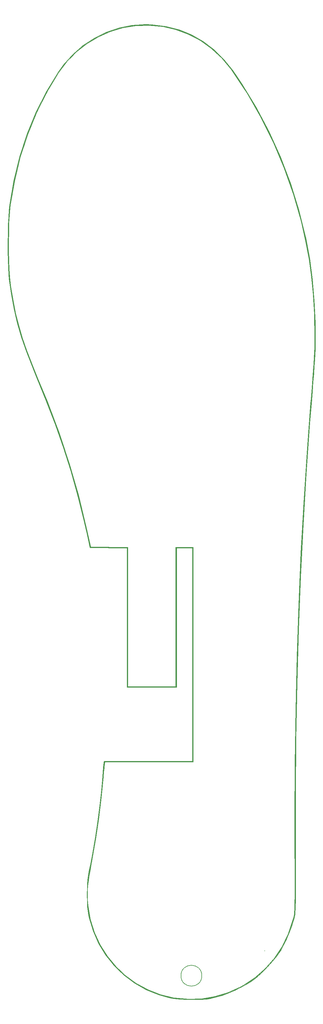
<source format=gbr>
G04 #@! TF.FileFunction,Profile,NP*
%FSLAX46Y46*%
G04 Gerber Fmt 4.6, Leading zero omitted, Abs format (unit mm)*
G04 Created by KiCad (PCBNEW 4.0.6) date 04/28/18 23:32:09*
%MOMM*%
%LPD*%
G01*
G04 APERTURE LIST*
%ADD10C,0.100000*%
%ADD11C,0.150000*%
%ADD12C,0.010000*%
G04 APERTURE END LIST*
D10*
D11*
X72500000Y-294500000D02*
G75*
G03X72500000Y-294500000I-3000000J0D01*
G01*
X90600000Y-287300000D02*
X90600000Y-287400000D01*
D12*
G36*
X52437749Y-21793896D02*
X48640175Y-22553590D01*
X44988998Y-23792034D01*
X41527635Y-25485704D01*
X38299503Y-27611071D01*
X35348019Y-30144611D01*
X32716600Y-33062797D01*
X31193921Y-35161458D01*
X27749797Y-40832211D01*
X24744281Y-46794938D01*
X22180594Y-53040851D01*
X20061961Y-59561159D01*
X18391606Y-66347074D01*
X17172750Y-73389807D01*
X17172205Y-73393750D01*
X17010469Y-74919705D01*
X16880158Y-76864724D01*
X16781973Y-79122146D01*
X16716615Y-81585312D01*
X16684784Y-84147561D01*
X16687182Y-86702232D01*
X16724509Y-89142665D01*
X16797465Y-91362199D01*
X16906751Y-93254174D01*
X17033148Y-94560417D01*
X17679476Y-99044805D01*
X18462747Y-103246900D01*
X19417872Y-107293134D01*
X20579763Y-111309939D01*
X21983331Y-115423747D01*
X23663487Y-119760991D01*
X24636418Y-122095761D01*
X27627718Y-129350406D01*
X30296770Y-136308359D01*
X32674979Y-143066558D01*
X34793751Y-149721939D01*
X36684494Y-156371442D01*
X38378613Y-163112004D01*
X39417221Y-167717708D01*
X40273459Y-171686458D01*
X50945833Y-171829706D01*
X50945833Y-211770833D01*
X65233333Y-211770833D01*
X65233333Y-171818750D01*
X69731250Y-171818750D01*
X69731250Y-232937500D01*
X44363673Y-232937500D01*
X44223944Y-234061979D01*
X44135167Y-234888018D01*
X44032109Y-236011280D01*
X43935826Y-237201004D01*
X43928236Y-237303125D01*
X43573915Y-241324085D01*
X43084963Y-245691595D01*
X42483484Y-250246783D01*
X41791586Y-254830778D01*
X41031374Y-259284708D01*
X40430819Y-262438541D01*
X40073289Y-264273426D01*
X39817029Y-265745247D01*
X39645550Y-267006836D01*
X39542363Y-268211028D01*
X39490980Y-269510656D01*
X39474910Y-271058553D01*
X39474541Y-271302083D01*
X39491091Y-273155160D01*
X39552723Y-274629252D01*
X39672299Y-275873560D01*
X39862680Y-277037284D01*
X40040075Y-277862738D01*
X41186343Y-281680688D01*
X42787909Y-285264240D01*
X44811734Y-288580420D01*
X47224777Y-291596256D01*
X49993996Y-294278773D01*
X53086352Y-296594998D01*
X56468804Y-298511957D01*
X60108312Y-299996677D01*
X63043742Y-300819757D01*
X64429528Y-301051509D01*
X66182059Y-301220403D01*
X68147807Y-301323327D01*
X70173247Y-301357172D01*
X72104851Y-301318824D01*
X73789092Y-301205173D01*
X74849542Y-301059016D01*
X78461317Y-300133601D01*
X82039903Y-298748773D01*
X85443600Y-296963042D01*
X86700064Y-296165879D01*
X88061876Y-295130771D01*
X89588726Y-293766068D01*
X91166443Y-292191686D01*
X92680859Y-290527542D01*
X94017802Y-288893550D01*
X95063104Y-287409629D01*
X95113328Y-287329159D01*
X96849993Y-284093992D01*
X98292443Y-280497134D01*
X98906046Y-278536771D01*
X99024542Y-278112399D01*
X99125868Y-277706319D01*
X99211203Y-277275815D01*
X99281723Y-276778175D01*
X99338605Y-276170685D01*
X99383028Y-275410629D01*
X99416169Y-274455296D01*
X99439205Y-273261970D01*
X99453314Y-271787938D01*
X99459673Y-269990486D01*
X99459460Y-267826900D01*
X99453852Y-265254465D01*
X99444026Y-262230469D01*
X99433693Y-259395833D01*
X99441250Y-242692638D01*
X99590598Y-226450341D01*
X99883488Y-210619540D01*
X100321669Y-195150833D01*
X100906892Y-179994819D01*
X101640908Y-165102095D01*
X102525467Y-150423259D01*
X103562320Y-135908910D01*
X104008599Y-130279166D01*
X104275943Y-126983635D01*
X104501669Y-124153220D01*
X104688722Y-121725753D01*
X104840045Y-119639064D01*
X104958583Y-117830983D01*
X105047281Y-116239341D01*
X105109082Y-114801967D01*
X105146931Y-113456693D01*
X105163772Y-112141348D01*
X105163329Y-111652587D01*
X104900794Y-111652587D01*
X104891005Y-112968395D01*
X104861369Y-114291461D01*
X104808952Y-115683846D01*
X104730818Y-117207608D01*
X104624030Y-118924806D01*
X104485653Y-120897501D01*
X104312751Y-123187751D01*
X104102388Y-125857615D01*
X103851628Y-128969154D01*
X103745225Y-130279166D01*
X102667189Y-144481524D01*
X101737126Y-158777604D01*
X100953074Y-173222601D01*
X100313074Y-187871714D01*
X99815163Y-202780140D01*
X99457381Y-218003074D01*
X99237767Y-233595715D01*
X99154360Y-249613258D01*
X99167664Y-259131250D01*
X99180234Y-262585136D01*
X99189510Y-265552117D01*
X99194367Y-268074453D01*
X99193677Y-270194402D01*
X99186314Y-271954222D01*
X99171151Y-273396171D01*
X99147062Y-274562507D01*
X99112920Y-275495490D01*
X99067598Y-276237376D01*
X99009969Y-276830425D01*
X98938908Y-277316894D01*
X98853287Y-277739042D01*
X98751979Y-278139128D01*
X98651317Y-278498242D01*
X97263266Y-282504511D01*
X95486796Y-286151538D01*
X93321222Y-289440197D01*
X90765859Y-292371357D01*
X87820019Y-294945890D01*
X84483018Y-297164669D01*
X83551031Y-297683499D01*
X80001835Y-299294100D01*
X76286823Y-300424182D01*
X72468356Y-301063553D01*
X68608796Y-301202021D01*
X64770503Y-300829393D01*
X64541545Y-300790438D01*
X60624396Y-299850082D01*
X56946346Y-298437772D01*
X53511052Y-296555456D01*
X50322170Y-294205081D01*
X47874375Y-291909785D01*
X45336062Y-288898898D01*
X43249355Y-285619676D01*
X41623953Y-282094872D01*
X40469554Y-278347242D01*
X39795856Y-274399540D01*
X39655255Y-272625000D01*
X39612001Y-271611815D01*
X39601826Y-270681564D01*
X39633999Y-269754267D01*
X39717787Y-268749943D01*
X39862459Y-267588614D01*
X40077283Y-266190299D01*
X40371527Y-264475018D01*
X40754459Y-262362792D01*
X40995108Y-261062730D01*
X42007452Y-255250906D01*
X42831222Y-249682878D01*
X43499568Y-244121968D01*
X43822735Y-240875000D01*
X43988696Y-239103195D01*
X44145866Y-237462936D01*
X44285418Y-236043421D01*
X44398525Y-234933848D01*
X44476362Y-234223414D01*
X44496916Y-234061979D01*
X44619811Y-233202083D01*
X69995833Y-233202083D01*
X69995833Y-171554167D01*
X64968750Y-171554167D01*
X64968750Y-211506250D01*
X51210417Y-211506250D01*
X51210417Y-171565123D01*
X40527935Y-171421875D01*
X39283998Y-165862424D01*
X37037236Y-156666718D01*
X34443909Y-147646358D01*
X31468611Y-138692618D01*
X28075933Y-129696771D01*
X25412872Y-123267708D01*
X23662245Y-119056976D01*
X22175809Y-115178208D01*
X20922504Y-111524226D01*
X19871270Y-107987854D01*
X18991046Y-104461915D01*
X18250773Y-100839231D01*
X17619391Y-97012626D01*
X17438533Y-95751042D01*
X17250368Y-93992799D01*
X17106144Y-91820357D01*
X17005879Y-89343972D01*
X16949590Y-86673899D01*
X16937293Y-83920395D01*
X16969007Y-81193714D01*
X17044748Y-78604114D01*
X17164533Y-76261849D01*
X17328379Y-74277175D01*
X17435071Y-73393750D01*
X18665510Y-66344515D01*
X20350548Y-59547303D01*
X22486890Y-53011112D01*
X25071245Y-46744942D01*
X28100320Y-40757792D01*
X31322277Y-35434810D01*
X33711637Y-32261183D01*
X36432942Y-29477374D01*
X39444487Y-27098792D01*
X42704566Y-25140848D01*
X46171475Y-23618950D01*
X49803508Y-22548510D01*
X53558962Y-21944938D01*
X57396129Y-21823642D01*
X61273306Y-22200034D01*
X64917337Y-23021481D01*
X68574659Y-24353203D01*
X72002979Y-26158651D01*
X75189929Y-28428762D01*
X78123143Y-31154471D01*
X80790251Y-34326714D01*
X81301465Y-35029166D01*
X85581590Y-41496212D01*
X89492098Y-48311334D01*
X93009001Y-55421908D01*
X96108308Y-62775310D01*
X98766029Y-70318917D01*
X100958173Y-78000105D01*
X101040454Y-78327970D01*
X102282795Y-83709952D01*
X103255666Y-88870933D01*
X103980534Y-93973600D01*
X104478862Y-99180634D01*
X104772116Y-104654721D01*
X104840447Y-107128125D01*
X104872580Y-108794512D01*
X104893674Y-110281979D01*
X104900794Y-111652587D01*
X105163329Y-111652587D01*
X105162550Y-110793762D01*
X105146210Y-109351766D01*
X105117695Y-107753191D01*
X105105031Y-107128125D01*
X104844640Y-100738233D01*
X104321236Y-94668087D01*
X103512731Y-88766295D01*
X102397034Y-82881462D01*
X100952057Y-76862195D01*
X100382249Y-74759630D01*
X97999894Y-67131647D01*
X95143267Y-59634592D01*
X91840152Y-52327261D01*
X88118331Y-45268447D01*
X84005588Y-38516944D01*
X81545320Y-34896875D01*
X78937826Y-31630224D01*
X76049606Y-28799527D01*
X72902350Y-26416282D01*
X69517749Y-24491985D01*
X65917493Y-23038132D01*
X62123273Y-22066220D01*
X58156779Y-21587745D01*
X56338304Y-21536480D01*
X52437749Y-21793896D01*
X52437749Y-21793896D01*
G37*
X52437749Y-21793896D02*
X48640175Y-22553590D01*
X44988998Y-23792034D01*
X41527635Y-25485704D01*
X38299503Y-27611071D01*
X35348019Y-30144611D01*
X32716600Y-33062797D01*
X31193921Y-35161458D01*
X27749797Y-40832211D01*
X24744281Y-46794938D01*
X22180594Y-53040851D01*
X20061961Y-59561159D01*
X18391606Y-66347074D01*
X17172750Y-73389807D01*
X17172205Y-73393750D01*
X17010469Y-74919705D01*
X16880158Y-76864724D01*
X16781973Y-79122146D01*
X16716615Y-81585312D01*
X16684784Y-84147561D01*
X16687182Y-86702232D01*
X16724509Y-89142665D01*
X16797465Y-91362199D01*
X16906751Y-93254174D01*
X17033148Y-94560417D01*
X17679476Y-99044805D01*
X18462747Y-103246900D01*
X19417872Y-107293134D01*
X20579763Y-111309939D01*
X21983331Y-115423747D01*
X23663487Y-119760991D01*
X24636418Y-122095761D01*
X27627718Y-129350406D01*
X30296770Y-136308359D01*
X32674979Y-143066558D01*
X34793751Y-149721939D01*
X36684494Y-156371442D01*
X38378613Y-163112004D01*
X39417221Y-167717708D01*
X40273459Y-171686458D01*
X50945833Y-171829706D01*
X50945833Y-211770833D01*
X65233333Y-211770833D01*
X65233333Y-171818750D01*
X69731250Y-171818750D01*
X69731250Y-232937500D01*
X44363673Y-232937500D01*
X44223944Y-234061979D01*
X44135167Y-234888018D01*
X44032109Y-236011280D01*
X43935826Y-237201004D01*
X43928236Y-237303125D01*
X43573915Y-241324085D01*
X43084963Y-245691595D01*
X42483484Y-250246783D01*
X41791586Y-254830778D01*
X41031374Y-259284708D01*
X40430819Y-262438541D01*
X40073289Y-264273426D01*
X39817029Y-265745247D01*
X39645550Y-267006836D01*
X39542363Y-268211028D01*
X39490980Y-269510656D01*
X39474910Y-271058553D01*
X39474541Y-271302083D01*
X39491091Y-273155160D01*
X39552723Y-274629252D01*
X39672299Y-275873560D01*
X39862680Y-277037284D01*
X40040075Y-277862738D01*
X41186343Y-281680688D01*
X42787909Y-285264240D01*
X44811734Y-288580420D01*
X47224777Y-291596256D01*
X49993996Y-294278773D01*
X53086352Y-296594998D01*
X56468804Y-298511957D01*
X60108312Y-299996677D01*
X63043742Y-300819757D01*
X64429528Y-301051509D01*
X66182059Y-301220403D01*
X68147807Y-301323327D01*
X70173247Y-301357172D01*
X72104851Y-301318824D01*
X73789092Y-301205173D01*
X74849542Y-301059016D01*
X78461317Y-300133601D01*
X82039903Y-298748773D01*
X85443600Y-296963042D01*
X86700064Y-296165879D01*
X88061876Y-295130771D01*
X89588726Y-293766068D01*
X91166443Y-292191686D01*
X92680859Y-290527542D01*
X94017802Y-288893550D01*
X95063104Y-287409629D01*
X95113328Y-287329159D01*
X96849993Y-284093992D01*
X98292443Y-280497134D01*
X98906046Y-278536771D01*
X99024542Y-278112399D01*
X99125868Y-277706319D01*
X99211203Y-277275815D01*
X99281723Y-276778175D01*
X99338605Y-276170685D01*
X99383028Y-275410629D01*
X99416169Y-274455296D01*
X99439205Y-273261970D01*
X99453314Y-271787938D01*
X99459673Y-269990486D01*
X99459460Y-267826900D01*
X99453852Y-265254465D01*
X99444026Y-262230469D01*
X99433693Y-259395833D01*
X99441250Y-242692638D01*
X99590598Y-226450341D01*
X99883488Y-210619540D01*
X100321669Y-195150833D01*
X100906892Y-179994819D01*
X101640908Y-165102095D01*
X102525467Y-150423259D01*
X103562320Y-135908910D01*
X104008599Y-130279166D01*
X104275943Y-126983635D01*
X104501669Y-124153220D01*
X104688722Y-121725753D01*
X104840045Y-119639064D01*
X104958583Y-117830983D01*
X105047281Y-116239341D01*
X105109082Y-114801967D01*
X105146931Y-113456693D01*
X105163772Y-112141348D01*
X105163329Y-111652587D01*
X104900794Y-111652587D01*
X104891005Y-112968395D01*
X104861369Y-114291461D01*
X104808952Y-115683846D01*
X104730818Y-117207608D01*
X104624030Y-118924806D01*
X104485653Y-120897501D01*
X104312751Y-123187751D01*
X104102388Y-125857615D01*
X103851628Y-128969154D01*
X103745225Y-130279166D01*
X102667189Y-144481524D01*
X101737126Y-158777604D01*
X100953074Y-173222601D01*
X100313074Y-187871714D01*
X99815163Y-202780140D01*
X99457381Y-218003074D01*
X99237767Y-233595715D01*
X99154360Y-249613258D01*
X99167664Y-259131250D01*
X99180234Y-262585136D01*
X99189510Y-265552117D01*
X99194367Y-268074453D01*
X99193677Y-270194402D01*
X99186314Y-271954222D01*
X99171151Y-273396171D01*
X99147062Y-274562507D01*
X99112920Y-275495490D01*
X99067598Y-276237376D01*
X99009969Y-276830425D01*
X98938908Y-277316894D01*
X98853287Y-277739042D01*
X98751979Y-278139128D01*
X98651317Y-278498242D01*
X97263266Y-282504511D01*
X95486796Y-286151538D01*
X93321222Y-289440197D01*
X90765859Y-292371357D01*
X87820019Y-294945890D01*
X84483018Y-297164669D01*
X83551031Y-297683499D01*
X80001835Y-299294100D01*
X76286823Y-300424182D01*
X72468356Y-301063553D01*
X68608796Y-301202021D01*
X64770503Y-300829393D01*
X64541545Y-300790438D01*
X60624396Y-299850082D01*
X56946346Y-298437772D01*
X53511052Y-296555456D01*
X50322170Y-294205081D01*
X47874375Y-291909785D01*
X45336062Y-288898898D01*
X43249355Y-285619676D01*
X41623953Y-282094872D01*
X40469554Y-278347242D01*
X39795856Y-274399540D01*
X39655255Y-272625000D01*
X39612001Y-271611815D01*
X39601826Y-270681564D01*
X39633999Y-269754267D01*
X39717787Y-268749943D01*
X39862459Y-267588614D01*
X40077283Y-266190299D01*
X40371527Y-264475018D01*
X40754459Y-262362792D01*
X40995108Y-261062730D01*
X42007452Y-255250906D01*
X42831222Y-249682878D01*
X43499568Y-244121968D01*
X43822735Y-240875000D01*
X43988696Y-239103195D01*
X44145866Y-237462936D01*
X44285418Y-236043421D01*
X44398525Y-234933848D01*
X44476362Y-234223414D01*
X44496916Y-234061979D01*
X44619811Y-233202083D01*
X69995833Y-233202083D01*
X69995833Y-171554167D01*
X64968750Y-171554167D01*
X64968750Y-211506250D01*
X51210417Y-211506250D01*
X51210417Y-171565123D01*
X40527935Y-171421875D01*
X39283998Y-165862424D01*
X37037236Y-156666718D01*
X34443909Y-147646358D01*
X31468611Y-138692618D01*
X28075933Y-129696771D01*
X25412872Y-123267708D01*
X23662245Y-119056976D01*
X22175809Y-115178208D01*
X20922504Y-111524226D01*
X19871270Y-107987854D01*
X18991046Y-104461915D01*
X18250773Y-100839231D01*
X17619391Y-97012626D01*
X17438533Y-95751042D01*
X17250368Y-93992799D01*
X17106144Y-91820357D01*
X17005879Y-89343972D01*
X16949590Y-86673899D01*
X16937293Y-83920395D01*
X16969007Y-81193714D01*
X17044748Y-78604114D01*
X17164533Y-76261849D01*
X17328379Y-74277175D01*
X17435071Y-73393750D01*
X18665510Y-66344515D01*
X20350548Y-59547303D01*
X22486890Y-53011112D01*
X25071245Y-46744942D01*
X28100320Y-40757792D01*
X31322277Y-35434810D01*
X33711637Y-32261183D01*
X36432942Y-29477374D01*
X39444487Y-27098792D01*
X42704566Y-25140848D01*
X46171475Y-23618950D01*
X49803508Y-22548510D01*
X53558962Y-21944938D01*
X57396129Y-21823642D01*
X61273306Y-22200034D01*
X64917337Y-23021481D01*
X68574659Y-24353203D01*
X72002979Y-26158651D01*
X75189929Y-28428762D01*
X78123143Y-31154471D01*
X80790251Y-34326714D01*
X81301465Y-35029166D01*
X85581590Y-41496212D01*
X89492098Y-48311334D01*
X93009001Y-55421908D01*
X96108308Y-62775310D01*
X98766029Y-70318917D01*
X100958173Y-78000105D01*
X101040454Y-78327970D01*
X102282795Y-83709952D01*
X103255666Y-88870933D01*
X103980534Y-93973600D01*
X104478862Y-99180634D01*
X104772116Y-104654721D01*
X104840447Y-107128125D01*
X104872580Y-108794512D01*
X104893674Y-110281979D01*
X104900794Y-111652587D01*
X105163329Y-111652587D01*
X105162550Y-110793762D01*
X105146210Y-109351766D01*
X105117695Y-107753191D01*
X105105031Y-107128125D01*
X104844640Y-100738233D01*
X104321236Y-94668087D01*
X103512731Y-88766295D01*
X102397034Y-82881462D01*
X100952057Y-76862195D01*
X100382249Y-74759630D01*
X97999894Y-67131647D01*
X95143267Y-59634592D01*
X91840152Y-52327261D01*
X88118331Y-45268447D01*
X84005588Y-38516944D01*
X81545320Y-34896875D01*
X78937826Y-31630224D01*
X76049606Y-28799527D01*
X72902350Y-26416282D01*
X69517749Y-24491985D01*
X65917493Y-23038132D01*
X62123273Y-22066220D01*
X58156779Y-21587745D01*
X56338304Y-21536480D01*
X52437749Y-21793896D01*
M02*

</source>
